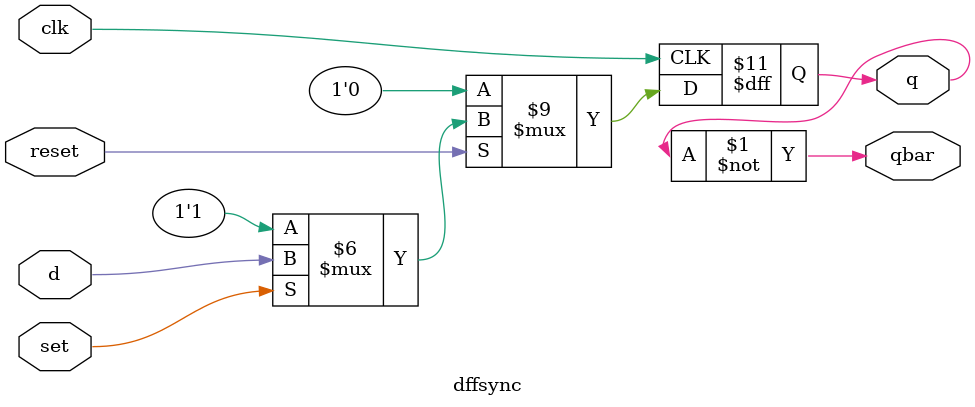
<source format=v>

module dffsync (q,qbar,d,set,reset,clk);
 input d,set,reset,clk;
 output reg q;
 output qbar;

 assign qbar = ~q;

 always @ (posedge clk)
  begin
   if (reset==0) q<=0;		//Active Low Reset
   else if (set==0) q<=1;	//Active Low Set
   else q<=d;
  end

endmodule

</source>
